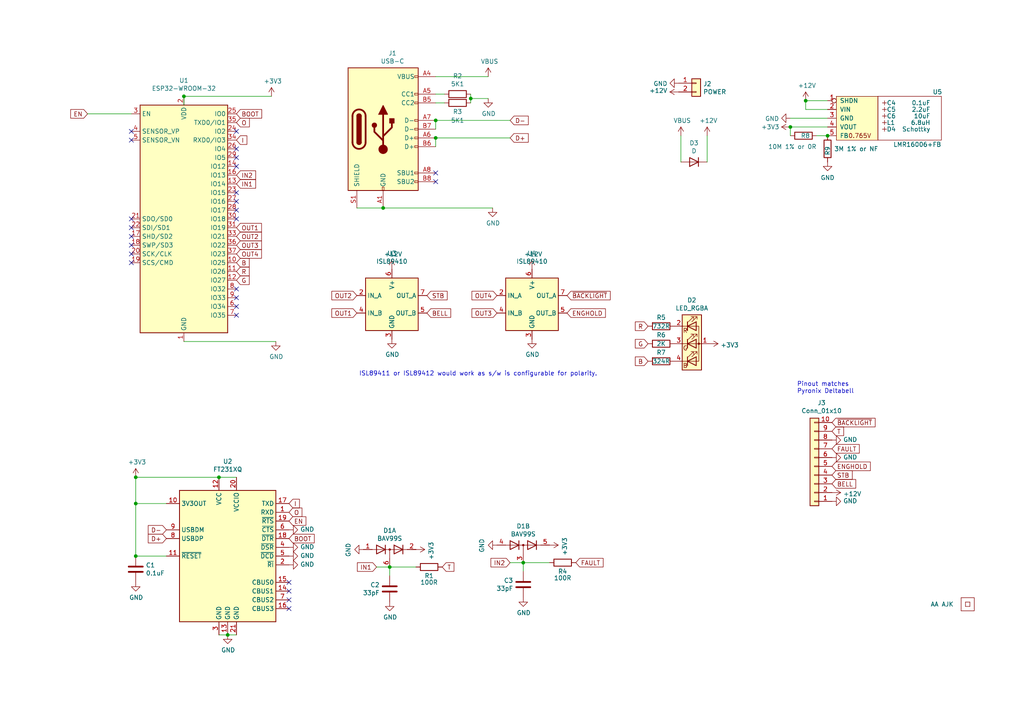
<source format=kicad_sch>
(kicad_sch (version 20211123) (generator eeschema)
  (paper "A4")
  (title_block (title "bell box control") (date "${DATE}") (rev "2") (company "Adrian Kennard Andrews & Arnold Ltd") (comment 1 "@TheRealRevK") (comment 2 "www.me.uk"))
  (lib_symbols
    (symbol "Connector:USB_C_Receptacle_USB2.0" (pin_names (offset 1.016))
      (property "Reference" "J" (at -10.16 19.05 0))
      (property "Value" "USB_C_Receptacle_USB2.0" (at 19.05 19.05 0))
      (symbol "USB_C_Receptacle_USB2.0_0_0"
        (rectangle (start -0.254 -17.78) (end 0.254 -16.764))
        (rectangle (start 10.16 -14.986) (end 9.144 -15.494))
        (rectangle (start 10.16 -12.446) (end 9.144 -12.954))
        (rectangle (start 10.16 -4.826) (end 9.144 -5.334))
        (rectangle (start 10.16 -2.286) (end 9.144 -2.794))
        (rectangle (start 10.16 0.254) (end 9.144 -0.254))
        (rectangle (start 10.16 2.794) (end 9.144 2.286))
        (rectangle (start 10.16 7.874) (end 9.144 7.366))
        (rectangle (start 10.16 10.414) (end 9.144 9.906))
        (rectangle (start 10.16 15.494) (end 9.144 14.986))
      )
      (symbol "USB_C_Receptacle_USB2.0_0_1"
        (rectangle (start -10.16 17.78) (end 10.16 -17.78) (stroke (width 0.254)) (fill (type background)))
        (arc (start -8.89 -3.81) (mid -6.985 -5.715) (end -5.08 -3.81) (stroke (width 0.508)))
        (arc (start -7.62 -3.81) (mid -6.985 -4.445) (end -6.35 -3.81) (stroke (width 0.254)))
        (arc (start -7.62 -3.81) (mid -6.985 -4.445) (end -6.35 -3.81) (stroke (width 0.254)) (fill (type outline)))
        (rectangle (start -7.62 -3.81) (end -6.35 3.81) (stroke (width 0.254)) (fill (type outline)))
        (arc (start -6.35 3.81) (mid -6.985 4.445) (end -7.62 3.81) (stroke (width 0.254)))
        (arc (start -6.35 3.81) (mid -6.985 4.445) (end -7.62 3.81) (stroke (width 0.254)) (fill (type outline)))
        (arc (start -5.08 3.81) (mid -6.985 5.715) (end -8.89 3.81) (stroke (width 0.508)))
        (circle (center -2.54 1.143) (radius 0.635) (stroke (width 0.254)) (fill (type outline)))
        (circle (center 0 -5.842) (radius 1.27) (fill (type outline)))
        (polyline (pts (xy -8.89 -3.81) (xy -8.89 3.81)) (stroke (width 0.508)))
        (polyline (pts (xy -5.08 3.81) (xy -5.08 -3.81)) (stroke (width 0.508)))
        (polyline (pts (xy 0 -5.842) (xy 0 4.318)) (stroke (width 0.508)))
        (polyline (pts (xy 0 -3.302) (xy -2.54 -0.762) (xy -2.54 0.508)) (stroke (width 0.508)))
        (polyline (pts (xy 0 -2.032) (xy 2.54 0.508) (xy 2.54 1.778)) (stroke (width 0.508)))
        (polyline (pts (xy -1.27 4.318) (xy 0 6.858) (xy 1.27 4.318) (xy -1.27 4.318)) (stroke (width 0.254)) (fill (type outline)))
        (rectangle (start 1.905 1.778) (end 3.175 3.048) (stroke (width 0.254)) (fill (type outline)))
      )
      (symbol "USB_C_Receptacle_USB2.0_1_1"
        (pin passive line (at 0 -22.86 90) (length 5.08) (name "GND") (number "A1"))
        (pin passive line (at 0 -22.86 90) (length 5.08) hide (name "GND") (number "A12"))
        (pin passive line (at 15.24 15.24 180) (length 5.08) (name "VBUS") (number "A4"))
        (pin bidirectional line (at 15.24 10.16 180) (length 5.08) (name "CC1") (number "A5"))
        (pin bidirectional line (at 15.24 -2.54 180) (length 5.08) (name "D+") (number "A6"))
        (pin bidirectional line (at 15.24 2.54 180) (length 5.08) (name "D-") (number "A7"))
        (pin bidirectional line (at 15.24 -12.7 180) (length 5.08) (name "SBU1") (number "A8"))
        (pin passive line (at 15.24 15.24 180) (length 5.08) hide (name "VBUS") (number "A9"))
        (pin passive line (at 0 -22.86 90) (length 5.08) hide (name "GND") (number "B1"))
        (pin passive line (at 0 -22.86 90) (length 5.08) hide (name "GND") (number "B12"))
        (pin passive line (at 15.24 15.24 180) (length 5.08) hide (name "VBUS") (number "B4"))
        (pin bidirectional line (at 15.24 7.62 180) (length 5.08) (name "CC2") (number "B5"))
        (pin bidirectional line (at 15.24 -5.08 180) (length 5.08) (name "D+") (number "B6"))
        (pin bidirectional line (at 15.24 0 180) (length 5.08) (name "D-") (number "B7"))
        (pin bidirectional line (at 15.24 -15.24 180) (length 5.08) (name "SBU2") (number "B8"))
        (pin passive line (at 15.24 15.24 180) (length 5.08) hide (name "VBUS") (number "B9"))
        (pin passive line (at -7.62 -22.86 90) (length 5.08) (name "SHIELD") (number "S1"))
      )
    )
    (symbol "Connector_Generic:Conn_01x10" (pin_names (offset 1.016) hide)
      (property "Reference" "J" (at 0 12.7 0))
      (property "Value" "Conn_01x10" (at 0 -15.24 0))
      (symbol "Conn_01x10_1_1"
        (rectangle (start -1.27 -12.573) (end 0 -12.827) (stroke (width 0.1524)))
        (rectangle (start -1.27 -10.033) (end 0 -10.287) (stroke (width 0.1524)))
        (rectangle (start -1.27 -7.493) (end 0 -7.747) (stroke (width 0.1524)))
        (rectangle (start -1.27 -4.953) (end 0 -5.207) (stroke (width 0.1524)))
        (rectangle (start -1.27 -2.413) (end 0 -2.667) (stroke (width 0.1524)))
        (rectangle (start -1.27 0.127) (end 0 -0.127) (stroke (width 0.1524)))
        (rectangle (start -1.27 2.667) (end 0 2.413) (stroke (width 0.1524)))
        (rectangle (start -1.27 5.207) (end 0 4.953) (stroke (width 0.1524)))
        (rectangle (start -1.27 7.747) (end 0 7.493) (stroke (width 0.1524)))
        (rectangle (start -1.27 10.287) (end 0 10.033) (stroke (width 0.1524)))
        (rectangle (start -1.27 11.43) (end 1.27 -13.97) (stroke (width 0.254)) (fill (type background)))
        (pin passive line (at -5.08 10.16 0) (length 3.81) (name "Pin_1") (number "1"))
        (pin passive line (at -5.08 -12.7 0) (length 3.81) (name "Pin_10") (number "10"))
        (pin passive line (at -5.08 7.62 0) (length 3.81) (name "Pin_2") (number "2"))
        (pin passive line (at -5.08 5.08 0) (length 3.81) (name "Pin_3") (number "3"))
        (pin passive line (at -5.08 2.54 0) (length 3.81) (name "Pin_4") (number "4"))
        (pin passive line (at -5.08 0 0) (length 3.81) (name "Pin_5") (number "5"))
        (pin passive line (at -5.08 -2.54 0) (length 3.81) (name "Pin_6") (number "6"))
        (pin passive line (at -5.08 -5.08 0) (length 3.81) (name "Pin_7") (number "7"))
        (pin passive line (at -5.08 -7.62 0) (length 3.81) (name "Pin_8") (number "8"))
        (pin passive line (at -5.08 -10.16 0) (length 3.81) (name "Pin_9") (number "9"))
      )
    )
    (symbol "Device:C" (pin_numbers hide) (pin_names (offset 0.254))
      (property "Reference" "C" (at 0.635 2.54 0))
      (property "Value" "C" (at 0.635 -2.54 0))
      (symbol "C_0_1"
        (polyline (pts (xy -2.032 -0.762) (xy 2.032 -0.762)) (stroke (width 0.508)))
        (polyline (pts (xy -2.032 0.762) (xy 2.032 0.762)) (stroke (width 0.508)))
      )
      (symbol "C_1_1"
        (pin passive line (at 0 3.81 270) (length 2.794) (name "~") (number "1"))
        (pin passive line (at 0 -3.81 90) (length 2.794) (name "~") (number "2"))
      )
    )
    (symbol "Device:D" (pin_numbers hide) (pin_names (offset 1.016) hide)
      (property "Reference" "D" (at 0 2.54 0))
      (property "Value" "D" (at 0 -2.54 0))
      (symbol "D_0_1"
        (polyline (pts (xy -1.27 1.27) (xy -1.27 -1.27)) (stroke (width 0.254)))
        (polyline (pts (xy 1.27 0) (xy -1.27 0)))
        (polyline (pts (xy 1.27 1.27) (xy 1.27 -1.27) (xy -1.27 0) (xy 1.27 1.27)) (stroke (width 0.254)))
      )
      (symbol "D_1_1"
        (pin passive line (at -3.81 0 0) (length 2.54) (name "K") (number "1"))
        (pin passive line (at 3.81 0 180) (length 2.54) (name "A") (number "2"))
      )
    )
    (symbol "Device:LED_ARGB" (pin_names (offset 0) hide)
      (property "Reference" "D" (at 0 9.398 0))
      (property "Value" "LED_ARGB" (at 0 -8.89 0))
      (symbol "LED_ARGB_0_0"
        (text "B" (at -1.905 -6.35 0) (effects (font (size 1.27 1.27))))
        (text "G" (at -1.905 -1.27 0) (effects (font (size 1.27 1.27))))
        (text "R" (at -1.905 3.81 0) (effects (font (size 1.27 1.27))))
      )
      (symbol "LED_ARGB_0_1"
        (polyline (pts (xy -1.27 -5.08) (xy -2.54 -5.08)))
        (polyline (pts (xy -1.27 -5.08) (xy 1.27 -5.08)))
        (polyline (pts (xy -1.27 -3.81) (xy -1.27 -6.35)) (stroke (width 0.254)))
        (polyline (pts (xy -1.27 0) (xy -2.54 0)))
        (polyline (pts (xy -1.27 1.27) (xy -1.27 -1.27)) (stroke (width 0.254)))
        (polyline (pts (xy -1.27 5.08) (xy -2.54 5.08)))
        (polyline (pts (xy -1.27 5.08) (xy 1.27 5.08)))
        (polyline (pts (xy -1.27 6.35) (xy -1.27 3.81)) (stroke (width 0.254)))
        (polyline (pts (xy 1.27 0) (xy -1.27 0)))
        (polyline (pts (xy 1.27 0) (xy 2.54 0)))
        (polyline (pts (xy -1.27 1.27) (xy -1.27 -1.27) (xy -1.27 -1.27)))
        (polyline (pts (xy -1.27 6.35) (xy -1.27 3.81) (xy -1.27 3.81)))
        (polyline (pts (xy 1.27 -5.08) (xy 2.032 -5.08) (xy 2.032 5.08) (xy 1.27 5.08)))
        (polyline (pts (xy 1.27 -3.81) (xy 1.27 -6.35) (xy -1.27 -5.08) (xy 1.27 -3.81)) (stroke (width 0.254)))
        (polyline (pts (xy 1.27 1.27) (xy 1.27 -1.27) (xy -1.27 0) (xy 1.27 1.27)) (stroke (width 0.254)))
        (polyline (pts (xy 1.27 6.35) (xy 1.27 3.81) (xy -1.27 5.08) (xy 1.27 6.35)) (stroke (width 0.254)))
        (polyline (pts (xy -1.016 -3.81) (xy 0.508 -2.286) (xy -0.254 -2.286) (xy 0.508 -2.286) (xy 0.508 -3.048)))
        (polyline (pts (xy -1.016 1.27) (xy 0.508 2.794) (xy -0.254 2.794) (xy 0.508 2.794) (xy 0.508 2.032)))
        (polyline (pts (xy -1.016 6.35) (xy 0.508 7.874) (xy -0.254 7.874) (xy 0.508 7.874) (xy 0.508 7.112)))
        (polyline (pts (xy 0 -3.81) (xy 1.524 -2.286) (xy 0.762 -2.286) (xy 1.524 -2.286) (xy 1.524 -3.048)))
        (polyline (pts (xy 0 1.27) (xy 1.524 2.794) (xy 0.762 2.794) (xy 1.524 2.794) (xy 1.524 2.032)))
        (polyline (pts (xy 0 6.35) (xy 1.524 7.874) (xy 0.762 7.874) (xy 1.524 7.874) (xy 1.524 7.112)))
        (rectangle (start 1.27 -1.27) (end 1.27 1.27))
        (rectangle (start 1.27 1.27) (end 1.27 1.27))
        (rectangle (start 1.27 3.81) (end 1.27 6.35))
        (rectangle (start 1.27 6.35) (end 1.27 6.35))
        (circle (center 2.032 0) (radius 0.254) (fill (type outline)))
        (rectangle (start 2.794 8.382) (end -2.794 -7.62) (stroke (width 0.254)) (fill (type background)))
      )
      (symbol "LED_ARGB_1_1"
        (pin passive line (at 5.08 0 180) (length 2.54) (name "A") (number "1"))
        (pin passive line (at -5.08 5.08 0) (length 2.54) (name "RK") (number "2"))
        (pin passive line (at -5.08 0 0) (length 2.54) (name "GK") (number "3"))
        (pin passive line (at -5.08 -5.08 0) (length 2.54) (name "BK") (number "4"))
      )
    )
    (symbol "Device:R" (pin_numbers hide) (pin_names (offset 0))
      (property "Reference" "R" (at 2.032 0 90))
      (property "Value" "R" (at 0 0 90))
      (symbol "R_0_1"
        (rectangle (start -1.016 -2.54) (end 1.016 2.54) (stroke (width 0.254)))
      )
      (symbol "R_1_1"
        (pin passive line (at 0 3.81 270) (length 1.27) (name "~") (number "1"))
        (pin passive line (at 0 -3.81 90) (length 1.27) (name "~") (number "2"))
      )
    )
    (symbol "Diode:BAV99S" (pin_names (offset 0.0254) hide)
      (property "Reference" "D" (at 0 2.54 0))
      (property "Value" "BAV99S" (at 0 5.08 0))
      (symbol "BAV99S_0_1"
        (polyline (pts (xy -5.08 0) (xy 5.08 0)))
        (polyline (pts (xy 0 0) (xy 0 -2.54)))
        (polyline (pts (xy -1.27 -1.27) (xy -1.27 1.27) (xy -1.27 1.27)) (stroke (width 0.254)))
        (polyline (pts (xy 3.81 1.27) (xy 3.81 -1.27) (xy 3.81 -1.27)) (stroke (width 0.254)))
        (polyline (pts (xy -3.81 1.27) (xy -1.27 0) (xy -3.81 -1.27) (xy -3.81 1.27) (xy -3.81 1.27) (xy -3.81 1.27)) (stroke (width 0.254)))
        (polyline (pts (xy 1.27 1.27) (xy 3.81 0) (xy 1.27 -1.27) (xy 1.27 1.27) (xy 1.27 1.27) (xy 1.27 1.27)) (stroke (width 0.254)))
        (circle (center 0 0) (radius 0.254) (fill (type outline)))
      )
      (symbol "BAV99S_1_1"
        (polyline (pts (xy 6.35 0) (xy 7.62 0)))
        (pin passive line (at -7.62 0 0) (length 2.54) (name "A1") (number "1"))
        (pin passive line (at 7.62 0 180) (length 2.54) (name "K2") (number "2"))
        (pin passive line (at 0 -5.08 90) (length 2.54) (name "K3A4") (number "6"))
      )
      (symbol "BAV99S_2_1"
        (polyline (pts (xy 6.35 0) (xy 7.62 0)))
        (pin passive line (at 0 -5.08 90) (length 2.54) (name "K1A2") (number "3"))
        (pin passive line (at -7.62 0 0) (length 2.54) (name "A3") (number "4"))
        (pin passive line (at 7.62 0 180) (length 2.54) (name "K4") (number "5"))
      )
    )
    (symbol "Driver_FET:EL7202CN"
      (property "Reference" "U" (at -7.62 8.89 0))
      (property "Value" "EL7202CN" (at 1.27 8.89 0))
      (symbol "EL7202CN_0_1"
        (rectangle (start -7.62 -7.62) (end 7.62 7.62) (stroke (width 0.254)) (fill (type background)))
      )
      (symbol "EL7202CN_1_1"
        (pin no_connect line (at -7.62 0 0) (length 2.54) hide (name "NC") (number "1"))
        (pin input line (at -10.16 2.54 0) (length 2.54) (name "IN_A") (number "2"))
        (pin power_in line (at 0 -10.16 90) (length 2.54) (name "GND") (number "3"))
        (pin input line (at -10.16 -2.54 0) (length 2.54) (name "IN_B") (number "4"))
        (pin output line (at 10.16 -2.54 180) (length 2.54) (name "OUT_B") (number "5"))
        (pin power_in line (at 0 10.16 270) (length 2.54) (name "V+") (number "6"))
        (pin output line (at 10.16 2.54 180) (length 2.54) (name "OUT_A") (number "7"))
        (pin no_connect line (at 7.62 0 180) (length 2.54) hide (name "NC") (number "8"))
      )
    )
    (symbol "Hidden_1" (pin_names (offset 1.016))
      (property "Reference" "Z" (at 0.635 0 0))
      (property "Value" "Hidden_1" (at 4.445 0 0))
      (symbol "Hidden_1_0_1"
        (polyline (pts (xy -0.635 0) (xy 0.635 0)) (stroke (width 0.1524)))
        (polyline (pts (xy 0 0.635) (xy 0 -0.635)) (stroke (width 0.1524)))
      )
      (symbol "Hidden_1_1_1"
        (pin no_connect non_logic (at 0 -2.54 90) (length 2.54) hide (name "~") (number "~"))
      )
    )
    (symbol "Hidden_2" (pin_names (offset 1.016))
      (property "Reference" "Z" (at 0.635 0 0))
      (property "Value" "Hidden_2" (at 4.445 0 0))
      (symbol "Hidden_2_0_1"
        (polyline (pts (xy -0.635 0) (xy 0.635 0)) (stroke (width 0.1524)))
        (polyline (pts (xy 0 0.635) (xy 0 -0.635)) (stroke (width 0.1524)))
      )
      (symbol "Hidden_2_1_1"
        (pin no_connect non_logic (at 0 -2.54 90) (length 2.54) hide (name "~") (number "~"))
      )
    )
    (symbol "Hidden_3" (pin_names (offset 1.016))
      (property "Reference" "Z" (at 0.635 0 0))
      (property "Value" "Hidden_3" (at 4.445 0 0))
      (symbol "Hidden_3_0_1"
        (polyline (pts (xy -0.635 0) (xy 0.635 0)) (stroke (width 0.1524)))
        (polyline (pts (xy 0 0.635) (xy 0 -0.635)) (stroke (width 0.1524)))
      )
      (symbol "Hidden_3_1_1"
        (pin no_connect non_logic (at 0 -2.54 90) (length 2.54) hide (name "~") (number "~"))
      )
    )
    (symbol "Hidden_4" (pin_names (offset 1.016))
      (property "Reference" "Z" (at 0.635 0 0))
      (property "Value" "Hidden_4" (at 4.445 0 0))
      (symbol "Hidden_4_0_1"
        (polyline (pts (xy -0.635 0) (xy 0.635 0)) (stroke (width 0.1524)))
        (polyline (pts (xy 0 0.635) (xy 0 -0.635)) (stroke (width 0.1524)))
      )
      (symbol "Hidden_4_1_1"
        (pin no_connect non_logic (at 0 -2.54 90) (length 2.54) hide (name "~") (number "~"))
      )
    )
    (symbol "Interface_USB:FT231XQ"
      (property "Reference" "U" (at -13.97 20.32 0))
      (property "Value" "FT231XQ" (at 6.35 20.32 0))
      (symbol "FT231XQ_0_1"
        (rectangle (start -13.97 19.05) (end 13.97 -19.05) (stroke (width 0.254)) (fill (type background)))
      )
      (symbol "FT231XQ_1_1"
        (pin input line (at 17.78 12.7 180) (length 3.81) (name "RXD") (number "1"))
        (pin power_out line (at -17.78 15.24 0) (length 3.81) (name "3V3OUT") (number "10"))
        (pin input line (at -17.78 0 0) (length 3.81) (name "~{RESET}") (number "11"))
        (pin power_in line (at -2.54 22.86 270) (length 3.81) (name "VCC") (number "12"))
        (pin power_in line (at 0 -22.86 90) (length 3.81) (name "GND") (number "13"))
        (pin bidirectional line (at 17.78 -10.16 180) (length 3.81) (name "CBUS1") (number "14"))
        (pin bidirectional line (at 17.78 -7.62 180) (length 3.81) (name "CBUS0") (number "15"))
        (pin bidirectional line (at 17.78 -15.24 180) (length 3.81) (name "CBUS3") (number "16"))
        (pin output line (at 17.78 15.24 180) (length 3.81) (name "TXD") (number "17"))
        (pin output line (at 17.78 5.08 180) (length 3.81) (name "~{DTR}") (number "18"))
        (pin output line (at 17.78 10.16 180) (length 3.81) (name "~{RTS}") (number "19"))
        (pin input line (at 17.78 -2.54 180) (length 3.81) (name "~{RI}") (number "2"))
        (pin power_in line (at 2.54 22.86 270) (length 3.81) (name "VCCIO") (number "20"))
        (pin power_in line (at 2.54 -22.86 90) (length 3.81) (name "GND") (number "21"))
        (pin power_in line (at -2.54 -22.86 90) (length 3.81) (name "GND") (number "3"))
        (pin input line (at 17.78 2.54 180) (length 3.81) (name "~{DSR}") (number "4"))
        (pin input line (at 17.78 0 180) (length 3.81) (name "~{DCD}") (number "5"))
        (pin input line (at 17.78 7.62 180) (length 3.81) (name "~{CTS}") (number "6"))
        (pin bidirectional line (at 17.78 -12.7 180) (length 3.81) (name "CBUS2") (number "7"))
        (pin bidirectional line (at -17.78 5.08 0) (length 3.81) (name "USBDP") (number "8"))
        (pin bidirectional line (at -17.78 7.62 0) (length 3.81) (name "USBDM") (number "9"))
      )
    )
    (symbol "RF_Module:ESP32-WROOM-32"
      (property "Reference" "U" (at -12.7 34.29 0))
      (property "Value" "ESP32-WROOM-32" (at 1.27 34.29 0))
      (symbol "ESP32-WROOM-32_0_1"
        (rectangle (start -12.7 33.02) (end 12.7 -33.02) (stroke (width 0.254)) (fill (type background)))
      )
      (symbol "ESP32-WROOM-32_1_1"
        (pin power_in line (at 0 -35.56 90) (length 2.54) (name "GND") (number "1"))
        (pin bidirectional line (at 15.24 -12.7 180) (length 2.54) (name "IO25") (number "10"))
        (pin bidirectional line (at 15.24 -15.24 180) (length 2.54) (name "IO26") (number "11"))
        (pin bidirectional line (at 15.24 -17.78 180) (length 2.54) (name "IO27") (number "12"))
        (pin bidirectional line (at 15.24 10.16 180) (length 2.54) (name "IO14") (number "13"))
        (pin bidirectional line (at 15.24 15.24 180) (length 2.54) (name "IO12") (number "14"))
        (pin passive line (at 0 -35.56 90) (length 2.54) hide (name "GND") (number "15"))
        (pin bidirectional line (at 15.24 12.7 180) (length 2.54) (name "IO13") (number "16"))
        (pin bidirectional line (at -15.24 -5.08 0) (length 2.54) (name "SHD/SD2") (number "17"))
        (pin bidirectional line (at -15.24 -7.62 0) (length 2.54) (name "SWP/SD3") (number "18"))
        (pin bidirectional line (at -15.24 -12.7 0) (length 2.54) (name "SCS/CMD") (number "19"))
        (pin power_in line (at 0 35.56 270) (length 2.54) (name "VDD") (number "2"))
        (pin bidirectional line (at -15.24 -10.16 0) (length 2.54) (name "SCK/CLK") (number "20"))
        (pin bidirectional line (at -15.24 0 0) (length 2.54) (name "SDO/SD0") (number "21"))
        (pin bidirectional line (at -15.24 -2.54 0) (length 2.54) (name "SDI/SD1") (number "22"))
        (pin bidirectional line (at 15.24 7.62 180) (length 2.54) (name "IO15") (number "23"))
        (pin bidirectional line (at 15.24 25.4 180) (length 2.54) (name "IO2") (number "24"))
        (pin bidirectional line (at 15.24 30.48 180) (length 2.54) (name "IO0") (number "25"))
        (pin bidirectional line (at 15.24 20.32 180) (length 2.54) (name "IO4") (number "26"))
        (pin bidirectional line (at 15.24 5.08 180) (length 2.54) (name "IO16") (number "27"))
        (pin bidirectional line (at 15.24 2.54 180) (length 2.54) (name "IO17") (number "28"))
        (pin bidirectional line (at 15.24 17.78 180) (length 2.54) (name "IO5") (number "29"))
        (pin input line (at -15.24 30.48 0) (length 2.54) (name "EN") (number "3"))
        (pin bidirectional line (at 15.24 0 180) (length 2.54) (name "IO18") (number "30"))
        (pin bidirectional line (at 15.24 -2.54 180) (length 2.54) (name "IO19") (number "31"))
        (pin no_connect line (at -12.7 -27.94 0) (length 2.54) hide (name "NC") (number "32"))
        (pin bidirectional line (at 15.24 -5.08 180) (length 2.54) (name "IO21") (number "33"))
        (pin bidirectional line (at 15.24 22.86 180) (length 2.54) (name "RXD0/IO3") (number "34"))
        (pin bidirectional line (at 15.24 27.94 180) (length 2.54) (name "TXD0/IO1") (number "35"))
        (pin bidirectional line (at 15.24 -7.62 180) (length 2.54) (name "IO22") (number "36"))
        (pin bidirectional line (at 15.24 -10.16 180) (length 2.54) (name "IO23") (number "37"))
        (pin passive line (at 0 -35.56 90) (length 2.54) hide (name "GND") (number "38"))
        (pin passive line (at 0 -35.56 90) (length 2.54) hide (name "GND") (number "39"))
        (pin input line (at -15.24 25.4 0) (length 2.54) (name "SENSOR_VP") (number "4"))
        (pin input line (at -15.24 22.86 0) (length 2.54) (name "SENSOR_VN") (number "5"))
        (pin input line (at 15.24 -25.4 180) (length 2.54) (name "IO34") (number "6"))
        (pin input line (at 15.24 -27.94 180) (length 2.54) (name "IO35") (number "7"))
        (pin bidirectional line (at 15.24 -20.32 180) (length 2.54) (name "IO32") (number "8"))
        (pin bidirectional line (at 15.24 -22.86 180) (length 2.54) (name "IO33") (number "9"))
      )
    )
    (symbol "RevK:AA" (pin_names (offset 1.016))
      (property "Value" "AA" (at 0 0 0))
    )
    (symbol "RevK:AJK" (pin_names (offset 1.016))
      (property "Value" "AJK" (at 0 0 0))
    )
    (symbol "RevK:Hidden" (pin_names (offset 1.016))
      (property "Reference" "Z" (at 0.635 0 0))
      (property "Value" "Hidden" (at 4.445 0 0))
      (symbol "Hidden_0_1"
        (polyline (pts (xy -0.635 0) (xy 0.635 0)) (stroke (width 0.1524)))
        (polyline (pts (xy 0 0.635) (xy 0 -0.635)) (stroke (width 0.1524)))
      )
      (symbol "Hidden_1_1"
        (pin no_connect non_logic (at 0 -2.54 90) (length 2.54) hide (name "~") (number "~"))
      )
    )
    (symbol "RevK:LMR16006+FB" (pin_names (offset 1.016))
      (property "Reference" "U" (at 11.43 2.54 0))
      (property "Value" "LMR16006+FB" (at 7.62 -12.7 0))
      (symbol "LMR16006+FB_0_0"
        (rectangle (start 2.54 1.27) (end 14.605 -11.43) (fill (type background)))
        (text "0.765V" (at 12.7 -10.16 0) (effects (font (size 1.27 1.27)) (justify right)))
      )
      (symbol "LMR16006+FB_0_1"
        (rectangle (start 14.605 1.27) (end 33.02 -11.43))
      )
      (symbol "LMR16006+FB_1_1"
        (pin input inverted (at 0 0 0) (length 2.54) (name "SHDN") (number "1"))
        (pin power_in line (at 0 -2.54 0) (length 2.54) (name "VIN") (number "2"))
        (pin power_in line (at 0 -5.08 0) (length 2.54) (name "GND") (number "3"))
        (pin power_out line (at 0 -7.62 0) (length 2.54) (name "VOUT") (number "4"))
        (pin passive line (at 0 -10.16 0) (length 2.54) (name "FB") (number "5"))
      )
    )
    (symbol "RevK:PowerIn" (pin_names (offset 1.016) hide)
      (property "Reference" "J" (at 0 2.54 0))
      (property "Value" "PowerIn" (at 0 -5.08 0))
      (symbol "PowerIn_1_1"
        (rectangle (start -1.27 -2.413) (end 0 -2.667) (stroke (width 0.1524)))
        (rectangle (start -1.27 0.127) (end 0 -0.127) (stroke (width 0.1524)))
        (rectangle (start -1.27 1.27) (end 1.27 -3.81) (stroke (width 0.254)) (fill (type background)))
        (pin power_out line (at -5.08 0 0) (length 3.81) (name "Pin_1") (number "1"))
        (pin power_out line (at -5.08 -2.54 0) (length 3.81) (name "Pin_2") (number "2"))
      )
    )
    (symbol "RevK:QR" (pin_names (offset 1.016))
      (symbol "QR_0_1"
        (rectangle (start -1.905 -1.905) (end -1.905 1.905))
        (rectangle (start -1.905 1.905) (end 1.905 1.905))
        (rectangle (start -0.635 -0.635) (end -0.635 0.635))
        (rectangle (start -0.635 0.635) (end 0.635 0.635))
        (rectangle (start 0.635 -0.635) (end -0.635 -0.635))
        (rectangle (start 0.635 0.635) (end 0.635 -0.635))
        (rectangle (start 1.905 -1.905) (end -1.905 -1.905))
        (rectangle (start 1.905 1.905) (end 1.905 -1.905))
      )
    )
    (symbol "power:+12V" (power) (pin_names (offset 0))
      (property "Value" "+12V" (at 0 3.556 0))
      (symbol "+12V_0_1"
        (polyline (pts (xy -0.762 1.27) (xy 0 2.54)))
        (polyline (pts (xy 0 0) (xy 0 2.54)))
        (polyline (pts (xy 0 2.54) (xy 0.762 1.27)))
      )
      (symbol "+12V_1_1"
        (pin power_in line (at 0 0 90) (length 0) hide (name "+12V") (number "1"))
      )
    )
    (symbol "power:+3.3V" (power) (pin_names (offset 0))
      (property "Value" "+3.3V" (at 0 3.556 0))
      (symbol "+3.3V_0_1"
        (polyline (pts (xy -0.762 1.27) (xy 0 2.54)))
        (polyline (pts (xy 0 0) (xy 0 2.54)))
        (polyline (pts (xy 0 2.54) (xy 0.762 1.27)))
      )
      (symbol "+3.3V_1_1"
        (pin power_in line (at 0 0 90) (length 0) hide (name "+3V3") (number "1"))
      )
    )
    (symbol "power:GND" (power) (pin_names (offset 0))
      (property "Value" "GND" (at 0 -3.81 0))
      (symbol "GND_0_1"
        (polyline (pts (xy 0 0) (xy 0 -1.27) (xy 1.27 -1.27) (xy 0 -2.54) (xy -1.27 -1.27) (xy 0 -1.27)))
      )
      (symbol "GND_1_1"
        (pin power_in line (at 0 0 270) (length 0) hide (name "GND") (number "1"))
      )
    )
    (symbol "power:VBUS" (power) (pin_names (offset 0))
      (property "Value" "VBUS" (at 0 3.81 0))
      (symbol "VBUS_0_1"
        (polyline (pts (xy -0.762 1.27) (xy 0 2.54)))
        (polyline (pts (xy 0 0) (xy 0 2.54)))
        (polyline (pts (xy 0 2.54) (xy 0.762 1.27)))
      )
      (symbol "VBUS_1_1"
        (pin power_in line (at 0 0 90) (length 0) hide (name "VBUS") (number "1"))
      )
    )
  )
  (junction (at 111.125 60.325))
  (junction (at 151.765 163.195))
  (junction (at 240.03 39.37))
  (junction (at 39.37 161.29))
  (junction (at 126.365 34.925))
  (junction (at 53.34 27.94))
  (junction (at 39.37 146.05))
  (junction (at 39.37 138.43))
  (junction (at 66.04 184.15))
  (junction (at 63.5 138.43))
  (junction (at 233.68 29.21))
  (junction (at 113.03 164.465))
  (junction (at 126.365 40.005))
  (junction (at 229.235 36.83))
  (junction (at 136.525 28.575))
  (no_connect (at 83.82 168.91))
  (no_connect (at 38.1 73.66))
  (no_connect (at 68.58 88.9))
  (no_connect (at 68.58 86.36))
  (no_connect (at 38.1 63.5))
  (no_connect (at 68.58 83.82))
  (no_connect (at 68.58 91.44))
  (no_connect (at 38.1 66.04))
  (no_connect (at 83.82 173.99))
  (no_connect (at 126.365 52.705))
  (no_connect (at 38.1 71.12))
  (no_connect (at 68.58 60.96))
  (no_connect (at 68.58 58.42))
  (no_connect (at 38.1 68.58))
  (no_connect (at 126.365 50.165))
  (no_connect (at 38.1 38.1))
  (no_connect (at 68.58 43.18))
  (no_connect (at 38.1 76.2))
  (no_connect (at 68.58 63.5))
  (no_connect (at 68.58 48.26))
  (no_connect (at 68.58 55.88))
  (no_connect (at 83.82 171.45))
  (no_connect (at 38.1 40.64))
  (no_connect (at 83.82 176.53))
  (no_connect (at 68.58 38.1))
  (no_connect (at 68.58 45.72))
  (wire (pts (xy 126.365 29.845) (xy 128.905 29.845)))
  (wire (pts (xy 233.68 29.21) (xy 233.68 31.75)))
  (wire (pts (xy 229.235 34.29) (xy 240.03 34.29)))
  (wire (pts (xy 136.525 28.575) (xy 136.525 29.845)))
  (wire (pts (xy 205.105 46.99) (xy 205.105 39.37)))
  (wire (pts (xy 48.26 161.29) (xy 39.37 161.29)))
  (wire (pts (xy 63.5 184.15) (xy 66.04 184.15)))
  (wire (pts (xy 136.525 27.305) (xy 136.525 28.575)))
  (wire (pts (xy 39.37 138.43) (xy 63.5 138.43)))
  (wire (pts (xy 229.235 36.83) (xy 240.03 36.83)))
  (wire (pts (xy 233.68 31.75) (xy 240.03 31.75)))
  (wire (pts (xy 66.04 184.15) (xy 68.58 184.15)))
  (wire (pts (xy 229.235 36.83) (xy 229.235 39.37)))
  (wire (pts (xy 103.505 60.325) (xy 111.125 60.325)))
  (wire (pts (xy 39.37 146.05) (xy 48.26 146.05)))
  (wire (pts (xy 126.365 22.225) (xy 141.605 22.225)))
  (wire (pts (xy 126.365 42.545) (xy 126.365 40.005)))
  (wire (pts (xy 39.37 161.29) (xy 39.37 146.05)))
  (wire (pts (xy 197.485 46.99) (xy 197.485 39.37)))
  (wire (pts (xy 111.125 60.325) (xy 142.875 60.325)))
  (wire (pts (xy 53.34 27.94) (xy 78.74 27.94)))
  (wire (pts (xy 126.365 40.005) (xy 147.955 40.005)))
  (wire (pts (xy 151.765 163.195) (xy 159.385 163.195)))
  (wire (pts (xy 25.4 33.02) (xy 38.1 33.02)))
  (wire (pts (xy 113.03 164.465) (xy 120.65 164.465)))
  (wire (pts (xy 126.365 34.925) (xy 147.955 34.925)))
  (wire (pts (xy 53.34 27.94) (xy 53.34 30.48)))
  (wire (pts (xy 141.605 28.575) (xy 136.525 28.575)))
  (wire (pts (xy 113.03 164.465) (xy 113.03 167.005)))
  (wire (pts (xy 53.34 99.06) (xy 80.01 99.06)))
  (wire (pts (xy 151.765 163.195) (xy 151.765 165.735)))
  (wire (pts (xy 233.68 29.21) (xy 240.03 29.21)))
  (wire (pts (xy 39.37 146.05) (xy 39.37 138.43)))
  (wire (pts (xy 68.58 138.43) (xy 63.5 138.43)))
  (wire (pts (xy 126.365 37.465) (xy 126.365 34.925)))
  (wire (pts (xy 109.22 164.465) (xy 113.03 164.465)))
  (wire (pts (xy 126.365 27.305) (xy 128.905 27.305)))
  (wire (pts (xy 236.855 39.37) (xy 240.03 39.37)))
  (wire (pts (xy 147.955 163.195) (xy 151.765 163.195)))
  (text "Pinout matches\nPyronix Deltabell" (at 231.14 114.3 0) (effects (font (size 1.27 1.27)) (justify left bottom)))
  (text "ISL89411 or ISL89412 would work as s/w is configurable for polarity." (at 104.14 109.22 0) (effects (font (size 1.27 1.27)) (justify left bottom)))
  (global_label "OUT1" (shape input) (at 103.505 90.805 180) (property "Intersheet References" "${INTERSHEET_REFS}" (effects hide)))
  (global_label "R" (shape input) (at 68.58 78.74 0) (property "Intersheet References" "${INTERSHEET_REFS}" (effects hide)))
  (global_label "B" (shape input) (at 187.96 104.775 180) (property "Intersheet References" "${INTERSHEET_REFS}" (effects hide)))
  (global_label "I" (shape input) (at 68.58 40.64 0) (property "Intersheet References" "${INTERSHEET_REFS}" (effects hide)))
  (global_label "EN" (shape input) (at 25.4 33.02 180) (property "Intersheet References" "${INTERSHEET_REFS}" (effects hide)))
  (global_label "FAULT" (shape input) (at 241.3 130.175 0) (property "Intersheet References" "${INTERSHEET_REFS}" (effects hide)))
  (global_label "IN1" (shape input) (at 68.58 53.34 0) (property "Intersheet References" "${INTERSHEET_REFS}" (effects hide)))
  (global_label "BELL" (shape input) (at 241.3 140.335 0) (property "Intersheet References" "${INTERSHEET_REFS}" (effects hide)))
  (global_label "IN2" (shape input) (at 68.58 50.8 0) (property "Intersheet References" "${INTERSHEET_REFS}" (effects hide)))
  (global_label "B" (shape input) (at 68.58 76.2 0) (property "Intersheet References" "${INTERSHEET_REFS}" (effects hide)))
  (global_label "EN" (shape input) (at 83.82 151.13 0) (property "Intersheet References" "${INTERSHEET_REFS}" (effects hide)))
  (global_label "G" (shape input) (at 187.96 99.695 180) (property "Intersheet References" "${INTERSHEET_REFS}" (effects hide)))
  (global_label "OUT3" (shape input) (at 68.58 71.12 0) (property "Intersheet References" "${INTERSHEET_REFS}" (effects hide)))
  (global_label "ENGHOLD" (shape input) (at 241.3 135.255 0) (property "Intersheet References" "${INTERSHEET_REFS}" (effects hide)))
  (global_label "OUT3" (shape input) (at 144.145 90.805 180) (property "Intersheet References" "${INTERSHEET_REFS}" (effects hide)))
  (global_label "OUT2" (shape input) (at 103.505 85.725 180) (property "Intersheet References" "${INTERSHEET_REFS}" (effects hide)))
  (global_label "FAULT" (shape input) (at 167.005 163.195 0) (property "Intersheet References" "${INTERSHEET_REFS}" (effects hide)))
  (global_label "ENGHOLD" (shape input) (at 164.465 90.805 0) (property "Intersheet References" "${INTERSHEET_REFS}" (effects hide)))
  (global_label "D-" (shape input) (at 48.26 153.67 180) (property "Intersheet References" "${INTERSHEET_REFS}" (effects hide)))
  (global_label "T" (shape input) (at 241.3 125.095 0) (property "Intersheet References" "${INTERSHEET_REFS}" (effects hide)))
  (global_label "IN2" (shape input) (at 147.955 163.195 180) (property "Intersheet References" "${INTERSHEET_REFS}" (effects hide)))
  (global_label "D+" (shape input) (at 48.26 156.21 180) (property "Intersheet References" "${INTERSHEET_REFS}" (effects hide)))
  (global_label "O" (shape input) (at 68.58 35.56 0) (property "Intersheet References" "${INTERSHEET_REFS}" (effects hide)))
  (global_label "D+" (shape input) (at 147.955 40.005 0) (property "Intersheet References" "${INTERSHEET_REFS}" (effects hide)))
  (global_label "~{BACKLIGHT}" (shape input) (at 241.3 122.555 0) (property "Intersheet References" "${INTERSHEET_REFS}" (effects hide)))
  (global_label "OUT2" (shape input) (at 68.58 68.58 0) (property "Intersheet References" "${INTERSHEET_REFS}" (effects hide)))
  (global_label "D-" (shape input) (at 147.955 34.925 0) (property "Intersheet References" "${INTERSHEET_REFS}" (effects hide)))
  (global_label "G" (shape input) (at 68.58 81.28 0) (property "Intersheet References" "${INTERSHEET_REFS}" (effects hide)))
  (global_label "OUT1" (shape input) (at 68.58 66.04 0) (property "Intersheet References" "${INTERSHEET_REFS}" (effects hide)))
  (global_label "BOOT" (shape input) (at 83.82 156.21 0) (property "Intersheet References" "${INTERSHEET_REFS}" (effects hide)))
  (global_label "O" (shape input) (at 83.82 148.59 0) (property "Intersheet References" "${INTERSHEET_REFS}" (effects hide)))
  (global_label "T" (shape input) (at 128.27 164.465 0) (property "Intersheet References" "${INTERSHEET_REFS}" (effects hide)))
  (global_label "OUT4" (shape input) (at 144.145 85.725 180) (property "Intersheet References" "${INTERSHEET_REFS}" (effects hide)))
  (global_label "~{BACKLIGHT}" (shape input) (at 164.465 85.725 0) (property "Intersheet References" "${INTERSHEET_REFS}" (effects hide)))
  (global_label "BOOT" (shape input) (at 68.58 33.02 0) (property "Intersheet References" "${INTERSHEET_REFS}" (effects hide)))
  (global_label "R" (shape input) (at 187.96 94.615 180) (property "Intersheet References" "${INTERSHEET_REFS}" (effects hide)))
  (global_label "STB" (shape input) (at 123.825 85.725 0) (property "Intersheet References" "${INTERSHEET_REFS}" (effects hide)))
  (global_label "OUT4" (shape input) (at 68.58 73.66 0) (property "Intersheet References" "${INTERSHEET_REFS}" (effects hide)))
  (global_label "I" (shape input) (at 83.82 146.05 0) (property "Intersheet References" "${INTERSHEET_REFS}" (effects hide)))
  (global_label "STB" (shape input) (at 241.3 137.795 0) (property "Intersheet References" "${INTERSHEET_REFS}" (effects hide)))
  (global_label "IN1" (shape input) (at 109.22 164.465 180) (property "Intersheet References" "${INTERSHEET_REFS}" (effects hide)))
  (global_label "BELL" (shape input) (at 123.825 90.805 0) (property "Intersheet References" "${INTERSHEET_REFS}" (effects hide)))
  (symbol (lib_id "RF_Module:ESP32-WROOM-32") (at 53.34 63.5 0) (unit 1)
    (property "Reference" "U1" (at 53.34 23.3426 0))
    (property "Value" "ESP32-WROOM-32" (at 53.34 25.654 0))
    (property "Footprint" "RevK:ESP32-WROOM-32" (effects hide))
    (property "Datasheet" "https://www.espressif.com/sites/default/files/documentation/esp32-wroom-32_datasheet_en.pdf" (effects hide))
  )
  (symbol (lib_id "Connector:USB_C_Receptacle_USB2.0") (at 111.125 37.465 0) (unit 1)
    (property "Reference" "J1" (at 113.8428 15.4432 0))
    (property "Value" "USB-C" (at 113.8428 17.7546 0))
    (property "Footprint" "RevK:USC16-TR-Round" (effects hide))
    (property "Datasheet" "https://www.usb.org/sites/default/files/documents/usb_type-c.zip" (effects hide))
  )
  (symbol (lib_id "Device:R") (at 132.715 27.305 90) (unit 1)
    (property "Reference" "R2" (at 132.715 22.0472 90))
    (property "Value" "5K1" (at 132.715 24.3586 90))
    (property "Footprint" "RevK:R_0603" (effects hide))
  )
  (symbol (lib_id "power:VBUS") (at 141.605 22.225 0) (unit 1)
    (property "Reference" "#PWR015" (effects hide))
    (property "Value" "VBUS" (at 141.986 17.8308 0))
  )
  (symbol (lib_id "power:+3.3V") (at 78.74 27.94 0) (unit 1)
    (property "Reference" "#PWR04" (effects hide))
    (property "Value" "+3.3V" (at 79.121 23.5458 0))
  )
  (symbol (lib_id "power:GND") (at 141.605 28.575 0) (unit 1)
    (property "Reference" "#PWR016" (effects hide))
    (property "Value" "GND" (at 141.732 32.9692 0))
  )
  (symbol (lib_id "power:GND") (at 142.875 60.325 0) (unit 1)
    (property "Reference" "#PWR017" (effects hide))
    (property "Value" "GND" (at 143.002 64.7192 0))
  )
  (symbol (lib_id "power:GND") (at 80.01 99.06 0) (unit 1)
    (property "Reference" "#PWR05" (effects hide))
    (property "Value" "GND" (at 80.137 103.4542 0))
  )
  (symbol (lib_id "Device:R") (at 132.715 29.845 270) (unit 1)
    (property "Reference" "R3" (at 132.715 32.385 90))
    (property "Value" "5K1" (at 132.715 34.925 90))
    (property "Footprint" "RevK:R_0603" (effects hide))
  )
  (symbol (lib_id "RevK:AJK") (at 266.7 175.26 0) (unit 1)
    (property "Reference" "AJK1" (effects hide))
    (property "Value" "AJK" (at 273.05 175.26 0) (effects (justify left)))
    (property "Footprint" "RevK:AJK" (effects hide))
  )
  (symbol (lib_id "RevK:PowerIn") (at 201.93 24.13 0) (unit 1)
    (property "Reference" "J2" (at 203.962 24.3332 0) (effects (justify left)))
    (property "Value" "POWER" (at 203.962 26.6446 0) (effects (justify left)))
    (property "Footprint" "RevK:Molex_MiniSPOX_H2RA" (effects hide))
  )
  (symbol (lib_id "power:GND") (at 196.85 24.13 270) (unit 1)
    (property "Reference" "#PWR023" (effects hide))
    (property "Value" "GND" (at 193.5988 24.257 90) (effects (justify right)))
  )
  (symbol (lib_id "Device:R") (at 191.77 104.775 270) (unit 1)
    (property "Reference" "R7" (at 191.77 102.235 90))
    (property "Value" "324R" (at 191.77 104.775 90))
    (property "Footprint" "RevK:R_0603" (effects hide))
  )
  (symbol (lib_id "power:+3.3V") (at 205.74 99.695 270) (unit 1)
    (property "Reference" "#PWR027" (effects hide))
    (property "Value" "+3.3V" (at 208.9912 100.076 90) (effects (justify left)))
  )
  (symbol (lib_id "Interface_USB:FT231XQ") (at 66.04 161.29 0) (unit 1)
    (property "Reference" "U2" (at 66.04 133.8326 0))
    (property "Value" "FT231XQ" (at 66.04 136.144 0))
    (property "Footprint" "RevK:QFN-20-1EP_4x4mm_P0.5mm_EP2.5x2.5mm" (effects hide))
    (property "Datasheet" "https://www.ftdichip.com/Support/Documents/DataSheets/ICs/DS_FT231X.pdf" (effects hide))
  )
  (symbol (lib_id "power:GND") (at 66.04 184.15 0) (unit 1)
    (property "Reference" "#PWR03" (effects hide))
    (property "Value" "GND" (at 66.167 188.5442 0))
  )
  (symbol (lib_id "power:+3.3V") (at 39.37 138.43 0) (unit 1)
    (property "Reference" "#PWR01" (effects hide))
    (property "Value" "+3.3V" (at 39.751 134.0358 0))
  )
  (symbol (lib_id "power:GND") (at 83.82 153.67 90) (unit 1)
    (property "Reference" "#PWR06" (effects hide))
    (property "Value" "GND" (at 87.0712 153.543 90) (effects (justify right)))
  )
  (symbol (lib_id "power:GND") (at 83.82 158.75 90) (unit 1)
    (property "Reference" "#PWR07" (effects hide))
    (property "Value" "GND" (at 87.0712 158.623 90) (effects (justify right)))
  )
  (symbol (lib_id "power:GND") (at 83.82 161.29 90) (unit 1)
    (property "Reference" "#PWR08" (effects hide))
    (property "Value" "GND" (at 87.0712 161.163 90) (effects (justify right)))
  )
  (symbol (lib_id "power:GND") (at 83.82 163.83 90) (unit 1)
    (property "Reference" "#PWR09" (effects hide))
    (property "Value" "GND" (at 87.0712 163.703 90) (effects (justify right)))
  )
  (symbol (lib_id "power:+12V") (at 196.85 26.67 90) (unit 1)
    (property "Reference" "#PWR024" (effects hide))
    (property "Value" "+12V" (at 193.5988 26.289 90) (effects (justify left)))
  )
  (symbol (lib_id "power:+12V") (at 205.105 39.37 0) (unit 1)
    (property "Reference" "#PWR026" (effects hide))
    (property "Value" "+12V" (at 205.486 34.9758 0))
  )
  (symbol (lib_id "Device:D") (at 201.295 46.99 180) (unit 1)
    (property "Reference" "D3" (at 201.295 41.4782 0))
    (property "Value" "D" (at 201.295 43.7896 0))
    (property "Footprint" "Diode_SMD:D_1206_3216Metric_Pad1.42x1.75mm_HandSolder" (effects hide))
  )
  (symbol (lib_id "power:VBUS") (at 197.485 39.37 0) (unit 1)
    (property "Reference" "#PWR025" (effects hide))
    (property "Value" "VBUS" (at 197.866 34.9758 0))
  )
  (symbol (lib_id "Device:C") (at 39.37 165.1 0) (unit 1)
    (property "Reference" "C1" (at 42.291 163.9316 0) (effects (justify left)))
    (property "Value" "0.1uF" (at 42.291 166.243 0) (effects (justify left)))
    (property "Footprint" "RevK:C_0603" (effects hide))
  )
  (symbol (lib_id "power:GND") (at 39.37 168.91 0) (unit 1)
    (property "Reference" "#PWR02" (effects hide))
    (property "Value" "GND" (at 39.497 173.3042 0))
  )
  (symbol (lib_id "RevK:AA") (at 269.24 175.26 0) (unit 1)
    (property "Reference" "U6" (effects hide))
    (property "Value" "AA" (at 269.875 175.26 0) (effects (justify left)))
    (property "Footprint" "RevK:AA" (effects hide))
  )
  (symbol (lib_id "Device:R") (at 124.46 164.465 270) (unit 1)
    (property "Reference" "R1" (at 124.46 167.005 90))
    (property "Value" "100R" (at 124.46 168.91 90))
    (property "Footprint" "RevK:R_0603" (effects hide))
  )
  (symbol (lib_id "power:+3.3V") (at 120.65 159.385 270) (unit 1)
    (property "Reference" "#PWR014" (effects hide))
    (property "Value" "+3.3V" (at 125.0442 159.766 0))
  )
  (symbol (lib_id "power:GND") (at 105.41 159.385 270) (unit 1)
    (property "Reference" "#PWR010" (effects hide))
    (property "Value" "GND" (at 101.0158 159.512 0))
  )
  (symbol (lib_id "Device:C") (at 113.03 170.815 0) (mirror y) (unit 1)
    (property "Reference" "C2" (at 110.109 169.6466 0) (effects (justify left)))
    (property "Value" "33pF" (at 110.109 171.958 0) (effects (justify left)))
    (property "Footprint" "RevK:C_0603" (effects hide))
  )
  (symbol (lib_id "power:GND") (at 113.03 174.625 0) (unit 1)
    (property "Reference" "#PWR011" (effects hide))
    (property "Value" "GND" (at 113.157 179.0192 0))
  )
  (symbol (lib_id "Connector_Generic:Conn_01x10") (at 236.22 135.255 180) (unit 1)
    (property "Reference" "J3" (at 238.3028 116.84 0))
    (property "Value" "Conn_01x10" (at 238.3028 119.1514 0))
    (property "Footprint" "RevK:Molex_MiniSPOX_H10RA" (effects hide))
  )
  (symbol (lib_id "Diode:BAV99S") (at 113.03 159.385 0) (unit 1)
    (property "Reference" "D1" (at 113.03 153.8732 0))
    (property "Value" "BAV99S" (at 113.03 156.1846 0))
    (property "Footprint" "Package_TO_SOT_SMD:SOT-363_SC-70-6" (effects hide))
    (property "Datasheet" "https://assets.nexperia.com/documents/data-sheet/BAV99_SER.pdf" (effects hide))
  )
  (symbol (lib_id "Device:R") (at 163.195 163.195 270) (unit 1)
    (property "Reference" "R4" (at 163.195 165.735 90))
    (property "Value" "100R" (at 163.195 167.64 90))
    (property "Footprint" "RevK:R_0603" (effects hide))
  )
  (symbol (lib_id "power:+3.3V") (at 159.385 158.115 270) (unit 1)
    (property "Reference" "#PWR022" (effects hide))
    (property "Value" "+3.3V" (at 163.7792 158.496 0))
  )
  (symbol (lib_id "Device:C") (at 151.765 169.545 0) (mirror y) (unit 1)
    (property "Reference" "C3" (at 148.844 168.3766 0) (effects (justify left)))
    (property "Value" "33pF" (at 148.844 170.688 0) (effects (justify left)))
    (property "Footprint" "RevK:C_0603" (effects hide))
  )
  (symbol (lib_id "power:GND") (at 151.765 173.355 0) (unit 1)
    (property "Reference" "#PWR019" (effects hide))
    (property "Value" "GND" (at 151.892 177.7492 0))
  )
  (symbol (lib_id "power:GND") (at 144.145 158.115 270) (unit 1)
    (property "Reference" "#PWR018" (effects hide))
    (property "Value" "GND" (at 139.7508 158.242 0))
  )
  (symbol (lib_id "Diode:BAV99S") (at 151.765 158.115 0) (unit 2)
    (property "Reference" "D1" (at 151.765 152.6032 0))
    (property "Value" "BAV99S" (at 151.765 154.9146 0))
    (property "Footprint" "Package_TO_SOT_SMD:SOT-363_SC-70-6" (effects hide))
    (property "Datasheet" "https://assets.nexperia.com/documents/data-sheet/BAV99_SER.pdf" (effects hide))
  )
  (symbol (lib_id "power:GND") (at 241.3 145.415 90) (unit 1)
    (property "Reference" "#PWR035" (effects hide))
    (property "Value" "GND" (at 244.5512 145.288 90) (effects (justify right)))
  )
  (symbol (lib_id "power:+12V") (at 241.3 142.875 270) (unit 1)
    (property "Reference" "#PWR034" (effects hide))
    (property "Value" "+12V" (at 244.5512 143.256 90) (effects (justify left)))
  )
  (symbol (lib_id "power:GND") (at 113.665 98.425 0) (unit 1)
    (property "Reference" "#PWR013" (effects hide))
    (property "Value" "GND" (at 113.792 102.8192 0))
  )
  (symbol (lib_id "power:+12V") (at 113.665 78.105 0) (unit 1)
    (property "Reference" "#PWR012" (effects hide))
    (property "Value" "+12V" (at 114.046 73.7108 0))
  )
  (symbol (lib_id "power:GND") (at 241.3 132.715 90) (unit 1)
    (property "Reference" "#PWR033" (effects hide))
    (property "Value" "GND" (at 244.5512 132.588 90) (effects (justify right)))
  )
  (symbol (lib_id "power:GND") (at 241.3 127.635 90) (unit 1)
    (property "Reference" "#PWR032" (effects hide))
    (property "Value" "GND" (at 244.5512 127.508 90) (effects (justify right)))
  )
  (symbol (lib_id "RevK:QR") (at 280.67 175.26 0) (unit 1)
    (property "Reference" "U7" (effects hide))
    (property "Value" "QR" (effects hide))
    (property "Footprint" "RevK:QR-SS" (effects hide))
  )
  (symbol (lib_id "power:GND") (at 154.305 98.425 0) (unit 1)
    (property "Reference" "#PWR021" (effects hide))
    (property "Value" "GND" (at 154.432 102.8192 0))
  )
  (symbol (lib_id "power:+12V") (at 154.305 78.105 0) (unit 1)
    (property "Reference" "#PWR020" (effects hide))
    (property "Value" "+12V" (at 154.686 73.7108 0))
  )
  (symbol (lib_id "Driver_FET:EL7202CN") (at 113.665 88.265 0) (unit 1)
    (property "Reference" "U3" (at 113.665 73.5076 0))
    (property "Value" "ISL89410" (at 113.665 75.819 0))
    (property "Footprint" "Package_SO:SO-8_3.9x4.9mm_P1.27mm" (effects hide))
    (property "Datasheet" "http://www.intersil.com/content/dam/Intersil/documents/el72/el7202-12-22.pdf" (effects hide))
  )
  (symbol (lib_id "Driver_FET:EL7202CN") (at 154.305 88.265 0) (unit 1)
    (property "Reference" "U4" (at 154.305 73.5076 0))
    (property "Value" "ISL89410" (at 154.305 75.819 0))
    (property "Footprint" "Package_SO:SO-8_3.9x4.9mm_P1.27mm" (effects hide))
    (property "Datasheet" "http://www.intersil.com/content/dam/Intersil/documents/el72/el7202-12-22.pdf" (effects hide))
  )
  (symbol (lib_id "Device:LED_ARGB") (at 200.66 99.695 0) (unit 1)
    (property "Reference" "D2" (at 200.66 87.0712 0))
    (property "Value" "LED_RGBA" (at 200.66 89.3826 0))
    (property "Footprint" "RevK:LED-RGB-1.6x1.6" (effects hide))
  )
  (symbol (lib_id "Device:R") (at 191.77 99.695 270) (unit 1)
    (property "Reference" "R6" (at 191.77 97.155 90))
    (property "Value" "2K" (at 191.77 99.695 90))
    (property "Footprint" "RevK:R_0603" (effects hide))
  )
  (symbol (lib_id "Device:R") (at 191.77 94.615 270) (unit 1)
    (property "Reference" "R5" (at 191.77 92.075 90))
    (property "Value" "732R" (at 191.77 94.615 90))
    (property "Footprint" "RevK:R_0603" (effects hide))
  )
  (symbol (lib_name "Hidden_2") (lib_id "RevK:Hidden") (at 256.54 29.845 0) (unit 1)
    (property "Reference" "C4" (at 257.175 29.845 0) (effects (justify left)))
    (property "Value" "0.1uF" (at 269.875 29.845 0) (effects (justify right)))
    (property "Footprint" "RevK:Hidden" (effects hide))
    (property "Note" "X7R or X5R 0603" (effects hide))
  )
  (symbol (lib_name "Hidden_4") (lib_id "RevK:Hidden") (at 256.54 31.75 0) (unit 1)
    (property "Reference" "C5" (at 257.175 31.75 0) (effects (justify left)))
    (property "Value" "2.2uF" (at 269.875 31.75 0) (effects (justify right)))
    (property "Footprint" "RevK:Hidden" (effects hide))
    (property "Note" "0603 or 0805" (effects hide))
  )
  (symbol (lib_name "Hidden_3") (lib_id "RevK:Hidden") (at 256.54 33.655 0) (unit 1)
    (property "Reference" "C6" (at 257.175 33.655 0) (effects (justify left)))
    (property "Value" "10uF" (at 269.875 33.655 0) (effects (justify right)))
    (property "Footprint" "RevK:Hidden" (effects hide))
    (property "Note" "0603 or 0805" (effects hide))
  )
  (symbol (lib_name "Hidden_1") (lib_id "RevK:Hidden") (at 256.54 35.56 0) (unit 1)
    (property "Reference" "L1" (at 257.175 35.56 0) (effects (justify left)))
    (property "Value" "6.8uH" (at 269.875 35.56 0) (effects (justify right)))
    (property "Footprint" "RevK:Hidden" (effects hide))
    (property "Datasheet" "https://www.mouser.co.uk/datasheet/2/987/Laird_Performance_TYA4020_series__Rev_A_-1877538.pdf" (effects hide))
    (property "Manufacturer" "Laird" (effects hide))
    (property "Part No" "TYA4020" (effects hide))
  )
  (symbol (lib_id "RevK:Hidden") (at 256.54 37.465 0) (unit 1)
    (property "Reference" "D4" (at 257.175 37.465 0) (effects (justify left)))
    (property "Value" "Schottky" (at 269.875 37.465 0) (effects (justify right)))
    (property "Footprint" "RevK:Hidden" (effects hide))
    (property "Datasheet" "https://www.mouser.co.uk/datasheet/2/54/CD1206-B220_B2100-777245.pdf" (effects hide))
    (property "Manufacturer" "Bourns" (effects hide))
    (property "Part No" "CD1206-B2100" (effects hide))
  )
  (symbol (lib_id "power:GND") (at 240.03 46.99 0) (unit 1)
    (property "Reference" "#PWR031" (effects hide))
    (property "Value" "GND" (at 240.03 51.5525 0))
  )
  (symbol (lib_id "Device:R") (at 240.03 43.18 180) (unit 1)
    (property "Reference" "R9" (at 240.03 45.085 90) (effects (justify right)))
    (property "Value" "3M 1% or NF" (at 241.935 43.18 0) (effects (justify right)))
    (property "Footprint" "RevK:R_0603" (effects hide))
  )
  (symbol (lib_id "power:GND") (at 229.235 34.29 270) (unit 1)
    (property "Reference" "#PWR028" (effects hide))
    (property "Value" "GND" (at 225.9838 34.417 90) (effects (justify right)))
  )
  (symbol (lib_id "RevK:LMR16006+FB") (at 240.03 29.21 0) (unit 1)
    (property "Reference" "U5" (at 270.51 26.67 0) (effects (justify left)))
    (property "Value" "LMR16006+FB" (at 259.08 41.91 0) (effects (justify left)))
    (property "Footprint" "RevK:RegulatorBlockFB" (effects hide))
    (property "Manufacturer" "TI" (effects hide))
    (property "Part No" "LMR16006YQ3" (effects hide))
  )
  (symbol (lib_id "Device:R") (at 233.045 39.37 90) (unit 1)
    (property "Reference" "R8" (at 234.95 39.37 90) (effects (justify left)))
    (property "Value" "10M 1% or 0R" (at 236.855 42.545 90) (effects (justify left)))
    (property "Footprint" "RevK:R_0603" (effects hide))
  )
  (symbol (lib_id "power:+12V") (at 233.68 29.21 0) (unit 1)
    (property "Reference" "#PWR030" (effects hide))
    (property "Value" "+12V" (at 234.061 24.8158 0))
  )
  (symbol (lib_id "power:+3.3V") (at 229.235 36.83 90) (unit 1)
    (property "Reference" "#PWR029" (effects hide))
    (property "Value" "+3.3V" (at 226.06 36.83 90) (effects (justify left)))
  )
)
</source>
